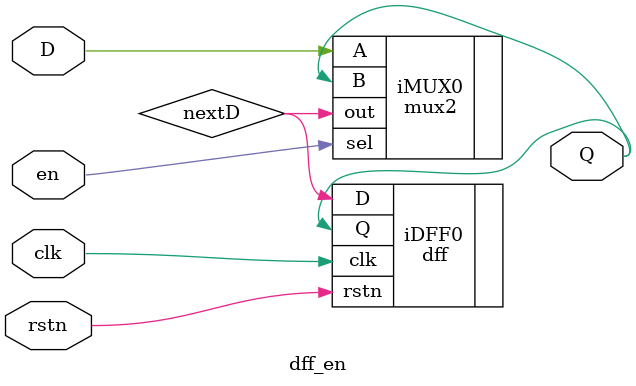
<source format=v>
module dff_en(D, Q, en, clk, rstn);

// clk/rstn signals.
input clk, rstn;

// I/Os.
input D, en;
output Q;

// Intermediate wires.
wire nextD;

// DFF instantiation.
dff iDFF0 (.D(nextD), .Q(Q), .clk(clk), .rstn(rstn));

// MUX instantiation (as enable logic).
mux2 iMUX0 (.A(D), .B(Q), .sel(en), .out(nextD));

endmodule
</source>
